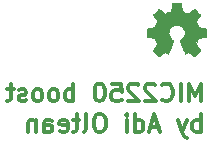
<source format=gbo>
G04 #@! TF.FileFunction,Legend,Bot*
%FSLAX46Y46*%
G04 Gerber Fmt 4.6, Leading zero omitted, Abs format (unit mm)*
G04 Created by KiCad (PCBNEW 4.0.7) date 10/12/17 03:24:30*
%MOMM*%
%LPD*%
G01*
G04 APERTURE LIST*
%ADD10C,0.100000*%
%ADD11C,0.300000*%
%ADD12C,0.002540*%
G04 APERTURE END LIST*
D10*
D11*
X127793628Y-78504171D02*
X127793628Y-77004171D01*
X127793628Y-77575600D02*
X127650771Y-77504171D01*
X127365057Y-77504171D01*
X127222200Y-77575600D01*
X127150771Y-77647029D01*
X127079342Y-77789886D01*
X127079342Y-78218457D01*
X127150771Y-78361314D01*
X127222200Y-78432743D01*
X127365057Y-78504171D01*
X127650771Y-78504171D01*
X127793628Y-78432743D01*
X126579342Y-77504171D02*
X126222199Y-78504171D01*
X125865057Y-77504171D02*
X126222199Y-78504171D01*
X126365057Y-78861314D01*
X126436485Y-78932743D01*
X126579342Y-79004171D01*
X124222200Y-78075600D02*
X123507914Y-78075600D01*
X124365057Y-78504171D02*
X123865057Y-77004171D01*
X123365057Y-78504171D01*
X122222200Y-78504171D02*
X122222200Y-77004171D01*
X122222200Y-78432743D02*
X122365057Y-78504171D01*
X122650771Y-78504171D01*
X122793629Y-78432743D01*
X122865057Y-78361314D01*
X122936486Y-78218457D01*
X122936486Y-77789886D01*
X122865057Y-77647029D01*
X122793629Y-77575600D01*
X122650771Y-77504171D01*
X122365057Y-77504171D01*
X122222200Y-77575600D01*
X121507914Y-78504171D02*
X121507914Y-77504171D01*
X121507914Y-77004171D02*
X121579343Y-77075600D01*
X121507914Y-77147029D01*
X121436486Y-77075600D01*
X121507914Y-77004171D01*
X121507914Y-77147029D01*
X119365057Y-77004171D02*
X119079343Y-77004171D01*
X118936485Y-77075600D01*
X118793628Y-77218457D01*
X118722200Y-77504171D01*
X118722200Y-78004171D01*
X118793628Y-78289886D01*
X118936485Y-78432743D01*
X119079343Y-78504171D01*
X119365057Y-78504171D01*
X119507914Y-78432743D01*
X119650771Y-78289886D01*
X119722200Y-78004171D01*
X119722200Y-77504171D01*
X119650771Y-77218457D01*
X119507914Y-77075600D01*
X119365057Y-77004171D01*
X117865056Y-78504171D02*
X118007914Y-78432743D01*
X118079342Y-78289886D01*
X118079342Y-77004171D01*
X117507914Y-77504171D02*
X116936485Y-77504171D01*
X117293628Y-77004171D02*
X117293628Y-78289886D01*
X117222200Y-78432743D01*
X117079342Y-78504171D01*
X116936485Y-78504171D01*
X115865057Y-78432743D02*
X116007914Y-78504171D01*
X116293628Y-78504171D01*
X116436485Y-78432743D01*
X116507914Y-78289886D01*
X116507914Y-77718457D01*
X116436485Y-77575600D01*
X116293628Y-77504171D01*
X116007914Y-77504171D01*
X115865057Y-77575600D01*
X115793628Y-77718457D01*
X115793628Y-77861314D01*
X116507914Y-78004171D01*
X114507914Y-78504171D02*
X114507914Y-77718457D01*
X114579343Y-77575600D01*
X114722200Y-77504171D01*
X115007914Y-77504171D01*
X115150771Y-77575600D01*
X114507914Y-78432743D02*
X114650771Y-78504171D01*
X115007914Y-78504171D01*
X115150771Y-78432743D01*
X115222200Y-78289886D01*
X115222200Y-78147029D01*
X115150771Y-78004171D01*
X115007914Y-77932743D01*
X114650771Y-77932743D01*
X114507914Y-77861314D01*
X113793628Y-77504171D02*
X113793628Y-78504171D01*
X113793628Y-77647029D02*
X113722200Y-77575600D01*
X113579342Y-77504171D01*
X113365057Y-77504171D01*
X113222200Y-77575600D01*
X113150771Y-77718457D01*
X113150771Y-78504171D01*
X127791942Y-75913371D02*
X127791942Y-74413371D01*
X127291942Y-75484800D01*
X126791942Y-74413371D01*
X126791942Y-75913371D01*
X126077656Y-75913371D02*
X126077656Y-74413371D01*
X124506227Y-75770514D02*
X124577656Y-75841943D01*
X124791942Y-75913371D01*
X124934799Y-75913371D01*
X125149084Y-75841943D01*
X125291942Y-75699086D01*
X125363370Y-75556229D01*
X125434799Y-75270514D01*
X125434799Y-75056229D01*
X125363370Y-74770514D01*
X125291942Y-74627657D01*
X125149084Y-74484800D01*
X124934799Y-74413371D01*
X124791942Y-74413371D01*
X124577656Y-74484800D01*
X124506227Y-74556229D01*
X123934799Y-74556229D02*
X123863370Y-74484800D01*
X123720513Y-74413371D01*
X123363370Y-74413371D01*
X123220513Y-74484800D01*
X123149084Y-74556229D01*
X123077656Y-74699086D01*
X123077656Y-74841943D01*
X123149084Y-75056229D01*
X124006227Y-75913371D01*
X123077656Y-75913371D01*
X122506228Y-74556229D02*
X122434799Y-74484800D01*
X122291942Y-74413371D01*
X121934799Y-74413371D01*
X121791942Y-74484800D01*
X121720513Y-74556229D01*
X121649085Y-74699086D01*
X121649085Y-74841943D01*
X121720513Y-75056229D01*
X122577656Y-75913371D01*
X121649085Y-75913371D01*
X120291942Y-74413371D02*
X121006228Y-74413371D01*
X121077657Y-75127657D01*
X121006228Y-75056229D01*
X120863371Y-74984800D01*
X120506228Y-74984800D01*
X120363371Y-75056229D01*
X120291942Y-75127657D01*
X120220514Y-75270514D01*
X120220514Y-75627657D01*
X120291942Y-75770514D01*
X120363371Y-75841943D01*
X120506228Y-75913371D01*
X120863371Y-75913371D01*
X121006228Y-75841943D01*
X121077657Y-75770514D01*
X119291943Y-74413371D02*
X119149086Y-74413371D01*
X119006229Y-74484800D01*
X118934800Y-74556229D01*
X118863371Y-74699086D01*
X118791943Y-74984800D01*
X118791943Y-75341943D01*
X118863371Y-75627657D01*
X118934800Y-75770514D01*
X119006229Y-75841943D01*
X119149086Y-75913371D01*
X119291943Y-75913371D01*
X119434800Y-75841943D01*
X119506229Y-75770514D01*
X119577657Y-75627657D01*
X119649086Y-75341943D01*
X119649086Y-74984800D01*
X119577657Y-74699086D01*
X119506229Y-74556229D01*
X119434800Y-74484800D01*
X119291943Y-74413371D01*
X117006229Y-75913371D02*
X117006229Y-74413371D01*
X117006229Y-74984800D02*
X116863372Y-74913371D01*
X116577658Y-74913371D01*
X116434801Y-74984800D01*
X116363372Y-75056229D01*
X116291943Y-75199086D01*
X116291943Y-75627657D01*
X116363372Y-75770514D01*
X116434801Y-75841943D01*
X116577658Y-75913371D01*
X116863372Y-75913371D01*
X117006229Y-75841943D01*
X115434800Y-75913371D02*
X115577658Y-75841943D01*
X115649086Y-75770514D01*
X115720515Y-75627657D01*
X115720515Y-75199086D01*
X115649086Y-75056229D01*
X115577658Y-74984800D01*
X115434800Y-74913371D01*
X115220515Y-74913371D01*
X115077658Y-74984800D01*
X115006229Y-75056229D01*
X114934800Y-75199086D01*
X114934800Y-75627657D01*
X115006229Y-75770514D01*
X115077658Y-75841943D01*
X115220515Y-75913371D01*
X115434800Y-75913371D01*
X114077657Y-75913371D02*
X114220515Y-75841943D01*
X114291943Y-75770514D01*
X114363372Y-75627657D01*
X114363372Y-75199086D01*
X114291943Y-75056229D01*
X114220515Y-74984800D01*
X114077657Y-74913371D01*
X113863372Y-74913371D01*
X113720515Y-74984800D01*
X113649086Y-75056229D01*
X113577657Y-75199086D01*
X113577657Y-75627657D01*
X113649086Y-75770514D01*
X113720515Y-75841943D01*
X113863372Y-75913371D01*
X114077657Y-75913371D01*
X113006229Y-75841943D02*
X112863372Y-75913371D01*
X112577657Y-75913371D01*
X112434800Y-75841943D01*
X112363372Y-75699086D01*
X112363372Y-75627657D01*
X112434800Y-75484800D01*
X112577657Y-75413371D01*
X112791943Y-75413371D01*
X112934800Y-75341943D01*
X113006229Y-75199086D01*
X113006229Y-75127657D01*
X112934800Y-74984800D01*
X112791943Y-74913371D01*
X112577657Y-74913371D01*
X112434800Y-74984800D01*
X111934800Y-74913371D02*
X111363371Y-74913371D01*
X111720514Y-74413371D02*
X111720514Y-75699086D01*
X111649086Y-75841943D01*
X111506228Y-75913371D01*
X111363371Y-75913371D01*
D12*
G36*
X124216160Y-72095360D02*
X124241560Y-72080120D01*
X124299980Y-72044560D01*
X124383800Y-71988680D01*
X124482860Y-71922640D01*
X124581920Y-71856600D01*
X124663200Y-71803260D01*
X124719080Y-71765160D01*
X124744480Y-71752460D01*
X124757180Y-71757540D01*
X124802900Y-71780400D01*
X124871480Y-71815960D01*
X124912120Y-71836280D01*
X124973080Y-71861680D01*
X125006100Y-71869300D01*
X125011180Y-71859140D01*
X125034040Y-71810880D01*
X125069600Y-71729600D01*
X125115320Y-71620380D01*
X125171200Y-71493380D01*
X125227080Y-71358760D01*
X125285500Y-71219060D01*
X125341380Y-71084440D01*
X125389640Y-70965060D01*
X125430280Y-70868540D01*
X125455680Y-70799960D01*
X125465840Y-70772020D01*
X125463300Y-70764400D01*
X125430280Y-70733920D01*
X125376940Y-70693280D01*
X125257560Y-70596760D01*
X125140720Y-70451980D01*
X125069600Y-70286880D01*
X125046740Y-70101460D01*
X125067060Y-69931280D01*
X125133100Y-69768720D01*
X125247400Y-69621400D01*
X125387100Y-69512180D01*
X125549660Y-69443600D01*
X125730000Y-69420740D01*
X125902720Y-69441060D01*
X126070360Y-69507100D01*
X126217680Y-69618860D01*
X126281180Y-69689980D01*
X126367540Y-69839840D01*
X126415800Y-69997320D01*
X126420880Y-70037960D01*
X126413260Y-70213220D01*
X126362460Y-70383400D01*
X126268480Y-70533260D01*
X126138940Y-70657720D01*
X126123700Y-70667880D01*
X126065280Y-70713600D01*
X126024640Y-70744080D01*
X125994160Y-70769480D01*
X126217680Y-71307960D01*
X126253240Y-71391780D01*
X126314200Y-71539100D01*
X126367540Y-71666100D01*
X126410720Y-71767700D01*
X126441200Y-71833740D01*
X126453900Y-71861680D01*
X126453900Y-71864220D01*
X126474220Y-71866760D01*
X126514860Y-71851520D01*
X126591060Y-71815960D01*
X126639320Y-71790560D01*
X126697740Y-71762620D01*
X126723140Y-71752460D01*
X126746000Y-71765160D01*
X126799340Y-71800720D01*
X126880620Y-71854060D01*
X126977140Y-71917560D01*
X127068580Y-71981060D01*
X127152400Y-72036940D01*
X127213360Y-72075040D01*
X127243840Y-72092820D01*
X127248920Y-72092820D01*
X127274320Y-72077580D01*
X127322580Y-72036940D01*
X127396240Y-71968360D01*
X127500380Y-71864220D01*
X127515620Y-71848980D01*
X127601980Y-71762620D01*
X127670560Y-71688960D01*
X127716280Y-71638160D01*
X127734060Y-71615300D01*
X127734060Y-71615300D01*
X127718820Y-71584820D01*
X127680720Y-71523860D01*
X127624840Y-71437500D01*
X127556260Y-71338440D01*
X127378460Y-71079360D01*
X127474980Y-70835520D01*
X127505460Y-70759320D01*
X127543560Y-70670420D01*
X127571500Y-70604380D01*
X127586740Y-70576440D01*
X127612140Y-70566280D01*
X127680720Y-70551040D01*
X127777240Y-70530720D01*
X127891540Y-70510400D01*
X128003300Y-70490080D01*
X128102360Y-70469760D01*
X128173480Y-70457060D01*
X128206500Y-70449440D01*
X128214120Y-70444360D01*
X128221740Y-70429120D01*
X128224280Y-70396100D01*
X128226820Y-70335140D01*
X128229360Y-70241160D01*
X128229360Y-70101460D01*
X128229360Y-70086220D01*
X128226820Y-69956680D01*
X128224280Y-69850000D01*
X128221740Y-69783960D01*
X128216660Y-69756020D01*
X128216660Y-69756020D01*
X128186180Y-69748400D01*
X128115060Y-69733160D01*
X128016000Y-69715380D01*
X127896620Y-69692520D01*
X127889000Y-69689980D01*
X127772160Y-69667120D01*
X127673100Y-69646800D01*
X127601980Y-69631560D01*
X127574040Y-69621400D01*
X127566420Y-69613780D01*
X127543560Y-69568060D01*
X127510540Y-69494400D01*
X127469900Y-69405500D01*
X127431800Y-69311520D01*
X127398780Y-69227700D01*
X127375920Y-69166740D01*
X127368300Y-69138800D01*
X127370840Y-69136260D01*
X127388620Y-69108320D01*
X127429260Y-69047360D01*
X127485140Y-68963540D01*
X127553720Y-68861940D01*
X127558800Y-68854320D01*
X127627380Y-68755260D01*
X127683260Y-68668900D01*
X127718820Y-68610480D01*
X127734060Y-68582540D01*
X127734060Y-68580000D01*
X127711200Y-68549520D01*
X127660400Y-68493640D01*
X127586740Y-68417440D01*
X127500380Y-68328540D01*
X127472440Y-68303140D01*
X127373380Y-68206620D01*
X127307340Y-68145660D01*
X127264160Y-68112640D01*
X127243840Y-68105020D01*
X127243840Y-68105020D01*
X127213360Y-68122800D01*
X127149860Y-68163440D01*
X127066040Y-68221860D01*
X126964440Y-68290440D01*
X126956820Y-68295520D01*
X126857760Y-68364100D01*
X126773940Y-68419980D01*
X126715520Y-68460620D01*
X126687580Y-68475860D01*
X126685040Y-68475860D01*
X126644400Y-68463160D01*
X126573280Y-68437760D01*
X126484380Y-68404740D01*
X126392940Y-68366640D01*
X126309120Y-68331080D01*
X126245620Y-68303140D01*
X126215140Y-68285360D01*
X126215140Y-68285360D01*
X126204980Y-68249800D01*
X126187200Y-68173600D01*
X126166880Y-68072000D01*
X126141480Y-67950080D01*
X126138940Y-67929760D01*
X126116080Y-67810380D01*
X126098300Y-67711320D01*
X126083060Y-67642740D01*
X126075440Y-67614800D01*
X126060200Y-67612260D01*
X126001780Y-67607180D01*
X125912880Y-67604640D01*
X125803660Y-67604640D01*
X125691900Y-67604640D01*
X125582680Y-67607180D01*
X125488700Y-67609720D01*
X125420120Y-67614800D01*
X125392180Y-67619880D01*
X125392180Y-67622420D01*
X125382020Y-67660520D01*
X125364240Y-67734180D01*
X125343920Y-67838320D01*
X125321060Y-67960240D01*
X125315980Y-67983100D01*
X125293120Y-68099940D01*
X125272800Y-68199000D01*
X125260100Y-68265040D01*
X125252480Y-68292980D01*
X125239780Y-68298060D01*
X125191520Y-68318380D01*
X125112780Y-68351400D01*
X125013720Y-68392040D01*
X124785120Y-68483480D01*
X124503180Y-68292980D01*
X124477780Y-68275200D01*
X124376180Y-68206620D01*
X124294900Y-68150740D01*
X124236480Y-68112640D01*
X124213620Y-68099940D01*
X124211080Y-68099940D01*
X124183140Y-68125340D01*
X124127260Y-68178680D01*
X124051060Y-68252340D01*
X123962160Y-68338700D01*
X123898660Y-68404740D01*
X123819920Y-68483480D01*
X123771660Y-68536820D01*
X123743720Y-68569840D01*
X123736100Y-68590160D01*
X123738640Y-68605400D01*
X123756420Y-68633340D01*
X123797060Y-68694300D01*
X123855480Y-68780660D01*
X123924060Y-68879720D01*
X123979940Y-68963540D01*
X124040900Y-69057520D01*
X124079000Y-69123560D01*
X124094240Y-69156580D01*
X124089160Y-69169280D01*
X124071380Y-69225160D01*
X124035820Y-69308980D01*
X123995180Y-69408040D01*
X123896120Y-69629020D01*
X123751340Y-69656960D01*
X123662440Y-69674740D01*
X123540520Y-69697600D01*
X123421140Y-69720460D01*
X123238260Y-69756020D01*
X123230640Y-70431660D01*
X123258580Y-70444360D01*
X123286520Y-70451980D01*
X123355100Y-70467220D01*
X123451620Y-70487540D01*
X123568460Y-70507860D01*
X123664980Y-70525640D01*
X123764040Y-70545960D01*
X123835160Y-70558660D01*
X123865640Y-70566280D01*
X123875800Y-70576440D01*
X123898660Y-70624700D01*
X123934220Y-70700900D01*
X123974860Y-70792340D01*
X124012960Y-70886320D01*
X124048520Y-70975220D01*
X124071380Y-71041260D01*
X124081540Y-71074280D01*
X124068840Y-71102220D01*
X124030740Y-71160640D01*
X123977400Y-71241920D01*
X123908820Y-71340980D01*
X123842780Y-71437500D01*
X123784360Y-71521320D01*
X123746260Y-71582280D01*
X123728480Y-71610220D01*
X123738640Y-71628000D01*
X123776740Y-71676260D01*
X123850400Y-71752460D01*
X123962160Y-71861680D01*
X123979940Y-71879460D01*
X124066300Y-71963280D01*
X124139960Y-72031860D01*
X124193300Y-72077580D01*
X124216160Y-72095360D01*
X124216160Y-72095360D01*
G37*
X124216160Y-72095360D02*
X124241560Y-72080120D01*
X124299980Y-72044560D01*
X124383800Y-71988680D01*
X124482860Y-71922640D01*
X124581920Y-71856600D01*
X124663200Y-71803260D01*
X124719080Y-71765160D01*
X124744480Y-71752460D01*
X124757180Y-71757540D01*
X124802900Y-71780400D01*
X124871480Y-71815960D01*
X124912120Y-71836280D01*
X124973080Y-71861680D01*
X125006100Y-71869300D01*
X125011180Y-71859140D01*
X125034040Y-71810880D01*
X125069600Y-71729600D01*
X125115320Y-71620380D01*
X125171200Y-71493380D01*
X125227080Y-71358760D01*
X125285500Y-71219060D01*
X125341380Y-71084440D01*
X125389640Y-70965060D01*
X125430280Y-70868540D01*
X125455680Y-70799960D01*
X125465840Y-70772020D01*
X125463300Y-70764400D01*
X125430280Y-70733920D01*
X125376940Y-70693280D01*
X125257560Y-70596760D01*
X125140720Y-70451980D01*
X125069600Y-70286880D01*
X125046740Y-70101460D01*
X125067060Y-69931280D01*
X125133100Y-69768720D01*
X125247400Y-69621400D01*
X125387100Y-69512180D01*
X125549660Y-69443600D01*
X125730000Y-69420740D01*
X125902720Y-69441060D01*
X126070360Y-69507100D01*
X126217680Y-69618860D01*
X126281180Y-69689980D01*
X126367540Y-69839840D01*
X126415800Y-69997320D01*
X126420880Y-70037960D01*
X126413260Y-70213220D01*
X126362460Y-70383400D01*
X126268480Y-70533260D01*
X126138940Y-70657720D01*
X126123700Y-70667880D01*
X126065280Y-70713600D01*
X126024640Y-70744080D01*
X125994160Y-70769480D01*
X126217680Y-71307960D01*
X126253240Y-71391780D01*
X126314200Y-71539100D01*
X126367540Y-71666100D01*
X126410720Y-71767700D01*
X126441200Y-71833740D01*
X126453900Y-71861680D01*
X126453900Y-71864220D01*
X126474220Y-71866760D01*
X126514860Y-71851520D01*
X126591060Y-71815960D01*
X126639320Y-71790560D01*
X126697740Y-71762620D01*
X126723140Y-71752460D01*
X126746000Y-71765160D01*
X126799340Y-71800720D01*
X126880620Y-71854060D01*
X126977140Y-71917560D01*
X127068580Y-71981060D01*
X127152400Y-72036940D01*
X127213360Y-72075040D01*
X127243840Y-72092820D01*
X127248920Y-72092820D01*
X127274320Y-72077580D01*
X127322580Y-72036940D01*
X127396240Y-71968360D01*
X127500380Y-71864220D01*
X127515620Y-71848980D01*
X127601980Y-71762620D01*
X127670560Y-71688960D01*
X127716280Y-71638160D01*
X127734060Y-71615300D01*
X127734060Y-71615300D01*
X127718820Y-71584820D01*
X127680720Y-71523860D01*
X127624840Y-71437500D01*
X127556260Y-71338440D01*
X127378460Y-71079360D01*
X127474980Y-70835520D01*
X127505460Y-70759320D01*
X127543560Y-70670420D01*
X127571500Y-70604380D01*
X127586740Y-70576440D01*
X127612140Y-70566280D01*
X127680720Y-70551040D01*
X127777240Y-70530720D01*
X127891540Y-70510400D01*
X128003300Y-70490080D01*
X128102360Y-70469760D01*
X128173480Y-70457060D01*
X128206500Y-70449440D01*
X128214120Y-70444360D01*
X128221740Y-70429120D01*
X128224280Y-70396100D01*
X128226820Y-70335140D01*
X128229360Y-70241160D01*
X128229360Y-70101460D01*
X128229360Y-70086220D01*
X128226820Y-69956680D01*
X128224280Y-69850000D01*
X128221740Y-69783960D01*
X128216660Y-69756020D01*
X128216660Y-69756020D01*
X128186180Y-69748400D01*
X128115060Y-69733160D01*
X128016000Y-69715380D01*
X127896620Y-69692520D01*
X127889000Y-69689980D01*
X127772160Y-69667120D01*
X127673100Y-69646800D01*
X127601980Y-69631560D01*
X127574040Y-69621400D01*
X127566420Y-69613780D01*
X127543560Y-69568060D01*
X127510540Y-69494400D01*
X127469900Y-69405500D01*
X127431800Y-69311520D01*
X127398780Y-69227700D01*
X127375920Y-69166740D01*
X127368300Y-69138800D01*
X127370840Y-69136260D01*
X127388620Y-69108320D01*
X127429260Y-69047360D01*
X127485140Y-68963540D01*
X127553720Y-68861940D01*
X127558800Y-68854320D01*
X127627380Y-68755260D01*
X127683260Y-68668900D01*
X127718820Y-68610480D01*
X127734060Y-68582540D01*
X127734060Y-68580000D01*
X127711200Y-68549520D01*
X127660400Y-68493640D01*
X127586740Y-68417440D01*
X127500380Y-68328540D01*
X127472440Y-68303140D01*
X127373380Y-68206620D01*
X127307340Y-68145660D01*
X127264160Y-68112640D01*
X127243840Y-68105020D01*
X127243840Y-68105020D01*
X127213360Y-68122800D01*
X127149860Y-68163440D01*
X127066040Y-68221860D01*
X126964440Y-68290440D01*
X126956820Y-68295520D01*
X126857760Y-68364100D01*
X126773940Y-68419980D01*
X126715520Y-68460620D01*
X126687580Y-68475860D01*
X126685040Y-68475860D01*
X126644400Y-68463160D01*
X126573280Y-68437760D01*
X126484380Y-68404740D01*
X126392940Y-68366640D01*
X126309120Y-68331080D01*
X126245620Y-68303140D01*
X126215140Y-68285360D01*
X126215140Y-68285360D01*
X126204980Y-68249800D01*
X126187200Y-68173600D01*
X126166880Y-68072000D01*
X126141480Y-67950080D01*
X126138940Y-67929760D01*
X126116080Y-67810380D01*
X126098300Y-67711320D01*
X126083060Y-67642740D01*
X126075440Y-67614800D01*
X126060200Y-67612260D01*
X126001780Y-67607180D01*
X125912880Y-67604640D01*
X125803660Y-67604640D01*
X125691900Y-67604640D01*
X125582680Y-67607180D01*
X125488700Y-67609720D01*
X125420120Y-67614800D01*
X125392180Y-67619880D01*
X125392180Y-67622420D01*
X125382020Y-67660520D01*
X125364240Y-67734180D01*
X125343920Y-67838320D01*
X125321060Y-67960240D01*
X125315980Y-67983100D01*
X125293120Y-68099940D01*
X125272800Y-68199000D01*
X125260100Y-68265040D01*
X125252480Y-68292980D01*
X125239780Y-68298060D01*
X125191520Y-68318380D01*
X125112780Y-68351400D01*
X125013720Y-68392040D01*
X124785120Y-68483480D01*
X124503180Y-68292980D01*
X124477780Y-68275200D01*
X124376180Y-68206620D01*
X124294900Y-68150740D01*
X124236480Y-68112640D01*
X124213620Y-68099940D01*
X124211080Y-68099940D01*
X124183140Y-68125340D01*
X124127260Y-68178680D01*
X124051060Y-68252340D01*
X123962160Y-68338700D01*
X123898660Y-68404740D01*
X123819920Y-68483480D01*
X123771660Y-68536820D01*
X123743720Y-68569840D01*
X123736100Y-68590160D01*
X123738640Y-68605400D01*
X123756420Y-68633340D01*
X123797060Y-68694300D01*
X123855480Y-68780660D01*
X123924060Y-68879720D01*
X123979940Y-68963540D01*
X124040900Y-69057520D01*
X124079000Y-69123560D01*
X124094240Y-69156580D01*
X124089160Y-69169280D01*
X124071380Y-69225160D01*
X124035820Y-69308980D01*
X123995180Y-69408040D01*
X123896120Y-69629020D01*
X123751340Y-69656960D01*
X123662440Y-69674740D01*
X123540520Y-69697600D01*
X123421140Y-69720460D01*
X123238260Y-69756020D01*
X123230640Y-70431660D01*
X123258580Y-70444360D01*
X123286520Y-70451980D01*
X123355100Y-70467220D01*
X123451620Y-70487540D01*
X123568460Y-70507860D01*
X123664980Y-70525640D01*
X123764040Y-70545960D01*
X123835160Y-70558660D01*
X123865640Y-70566280D01*
X123875800Y-70576440D01*
X123898660Y-70624700D01*
X123934220Y-70700900D01*
X123974860Y-70792340D01*
X124012960Y-70886320D01*
X124048520Y-70975220D01*
X124071380Y-71041260D01*
X124081540Y-71074280D01*
X124068840Y-71102220D01*
X124030740Y-71160640D01*
X123977400Y-71241920D01*
X123908820Y-71340980D01*
X123842780Y-71437500D01*
X123784360Y-71521320D01*
X123746260Y-71582280D01*
X123728480Y-71610220D01*
X123738640Y-71628000D01*
X123776740Y-71676260D01*
X123850400Y-71752460D01*
X123962160Y-71861680D01*
X123979940Y-71879460D01*
X124066300Y-71963280D01*
X124139960Y-72031860D01*
X124193300Y-72077580D01*
X124216160Y-72095360D01*
M02*

</source>
